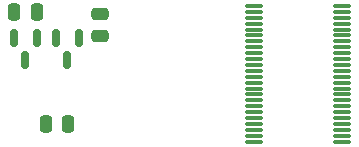
<source format=gbr>
%TF.GenerationSoftware,KiCad,Pcbnew,7.0.5-7.0.5~ubuntu20.04.1*%
%TF.CreationDate,2023-07-18T12:44:14+02:00*%
%TF.ProjectId,EpromEMU_BOT,4570726f-6d45-44d5-955f-424f542e6b69,rev?*%
%TF.SameCoordinates,Original*%
%TF.FileFunction,Paste,Bot*%
%TF.FilePolarity,Positive*%
%FSLAX46Y46*%
G04 Gerber Fmt 4.6, Leading zero omitted, Abs format (unit mm)*
G04 Created by KiCad (PCBNEW 7.0.5-7.0.5~ubuntu20.04.1) date 2023-07-18 12:44:14*
%MOMM*%
%LPD*%
G01*
G04 APERTURE LIST*
G04 Aperture macros list*
%AMRoundRect*
0 Rectangle with rounded corners*
0 $1 Rounding radius*
0 $2 $3 $4 $5 $6 $7 $8 $9 X,Y pos of 4 corners*
0 Add a 4 corners polygon primitive as box body*
4,1,4,$2,$3,$4,$5,$6,$7,$8,$9,$2,$3,0*
0 Add four circle primitives for the rounded corners*
1,1,$1+$1,$2,$3*
1,1,$1+$1,$4,$5*
1,1,$1+$1,$6,$7*
1,1,$1+$1,$8,$9*
0 Add four rect primitives between the rounded corners*
20,1,$1+$1,$2,$3,$4,$5,0*
20,1,$1+$1,$4,$5,$6,$7,0*
20,1,$1+$1,$6,$7,$8,$9,0*
20,1,$1+$1,$8,$9,$2,$3,0*%
G04 Aperture macros list end*
%ADD10RoundRect,0.250000X0.250000X0.475000X-0.250000X0.475000X-0.250000X-0.475000X0.250000X-0.475000X0*%
%ADD11RoundRect,0.075000X0.662500X0.075000X-0.662500X0.075000X-0.662500X-0.075000X0.662500X-0.075000X0*%
%ADD12RoundRect,0.250000X0.475000X-0.250000X0.475000X0.250000X-0.475000X0.250000X-0.475000X-0.250000X0*%
%ADD13RoundRect,0.250000X-0.250000X-0.475000X0.250000X-0.475000X0.250000X0.475000X-0.250000X0.475000X0*%
%ADD14RoundRect,0.150000X-0.150000X0.587500X-0.150000X-0.587500X0.150000X-0.587500X0.150000X0.587500X0*%
G04 APERTURE END LIST*
D10*
%TO.C,C1*%
X106146600Y-95427800D03*
X104246600Y-95427800D03*
%TD*%
D11*
%TO.C,U5*%
X129304720Y-85461600D03*
X129304720Y-85961600D03*
X129304720Y-86461600D03*
X129304720Y-86961600D03*
X129304720Y-87461600D03*
X129304720Y-87961600D03*
X129304720Y-88461600D03*
X129304720Y-88961600D03*
X129304720Y-89461600D03*
X129304720Y-89961600D03*
X129304720Y-90461600D03*
X129304720Y-90961600D03*
X129304720Y-91461600D03*
X129304720Y-91961600D03*
X129304720Y-92461600D03*
X129304720Y-92961600D03*
X129304720Y-93461600D03*
X129304720Y-93961600D03*
X129304720Y-94461600D03*
X129304720Y-94961600D03*
X129304720Y-95461600D03*
X129304720Y-95961600D03*
X129304720Y-96461600D03*
X129304720Y-96961600D03*
X121879720Y-96961600D03*
X121879720Y-96461600D03*
X121879720Y-95961600D03*
X121879720Y-95461600D03*
X121879720Y-94961600D03*
X121879720Y-94461600D03*
X121879720Y-93961600D03*
X121879720Y-93461600D03*
X121879720Y-92961600D03*
X121879720Y-92461600D03*
X121879720Y-91961600D03*
X121879720Y-91461600D03*
X121879720Y-90961600D03*
X121879720Y-90461600D03*
X121879720Y-89961600D03*
X121879720Y-89461600D03*
X121879720Y-88961600D03*
X121879720Y-88461600D03*
X121879720Y-87961600D03*
X121879720Y-87461600D03*
X121879720Y-86961600D03*
X121879720Y-86461600D03*
X121879720Y-85961600D03*
X121879720Y-85461600D03*
%TD*%
D12*
%TO.C,C2*%
X108839000Y-88011000D03*
X108839000Y-86111000D03*
%TD*%
D13*
%TO.C,C6*%
X101589800Y-85979000D03*
X103489800Y-85979000D03*
%TD*%
D14*
%TO.C,U8*%
X101564400Y-88165700D03*
X103464400Y-88165700D03*
X102514400Y-90040700D03*
%TD*%
%TO.C,D2*%
X105120400Y-88168000D03*
X107020400Y-88168000D03*
X106070400Y-90043000D03*
%TD*%
M02*

</source>
